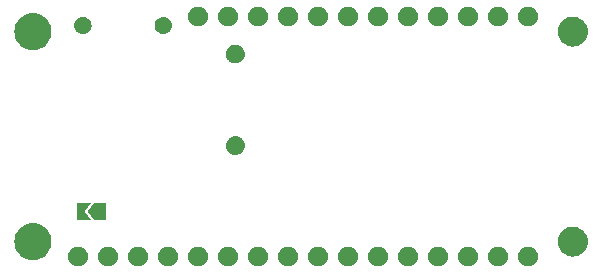
<source format=gbr>
%TF.GenerationSoftware,KiCad,Pcbnew,7.0.8*%
%TF.CreationDate,2024-01-07T13:27:56-05:00*%
%TF.ProjectId,weather-featherwing,77656174-6865-4722-9d66-656174686572,02*%
%TF.SameCoordinates,Original*%
%TF.FileFunction,Soldermask,Bot*%
%TF.FilePolarity,Negative*%
%FSLAX46Y46*%
G04 Gerber Fmt 4.6, Leading zero omitted, Abs format (unit mm)*
G04 Created by KiCad (PCBNEW 7.0.8) date 2024-01-07 13:27:56*
%MOMM*%
%LPD*%
G01*
G04 APERTURE LIST*
G04 APERTURE END LIST*
G36*
X120912664Y-117301602D02*
G01*
X121075000Y-117373878D01*
X121218761Y-117478327D01*
X121337664Y-117610383D01*
X121426514Y-117764274D01*
X121481425Y-117933275D01*
X121500000Y-118110000D01*
X121481425Y-118286725D01*
X121426514Y-118455726D01*
X121337664Y-118609617D01*
X121218761Y-118741673D01*
X121075000Y-118846122D01*
X120912664Y-118918398D01*
X120738849Y-118955344D01*
X120561151Y-118955344D01*
X120387336Y-118918398D01*
X120225000Y-118846122D01*
X120081239Y-118741673D01*
X119962336Y-118609617D01*
X119873486Y-118455726D01*
X119818575Y-118286725D01*
X119800000Y-118110000D01*
X119818575Y-117933275D01*
X119873486Y-117764274D01*
X119962336Y-117610383D01*
X120081239Y-117478327D01*
X120225000Y-117373878D01*
X120387336Y-117301602D01*
X120561151Y-117264656D01*
X120738849Y-117264656D01*
X120912664Y-117301602D01*
G37*
G36*
X123452664Y-117301602D02*
G01*
X123615000Y-117373878D01*
X123758761Y-117478327D01*
X123877664Y-117610383D01*
X123966514Y-117764274D01*
X124021425Y-117933275D01*
X124040000Y-118110000D01*
X124021425Y-118286725D01*
X123966514Y-118455726D01*
X123877664Y-118609617D01*
X123758761Y-118741673D01*
X123615000Y-118846122D01*
X123452664Y-118918398D01*
X123278849Y-118955344D01*
X123101151Y-118955344D01*
X122927336Y-118918398D01*
X122765000Y-118846122D01*
X122621239Y-118741673D01*
X122502336Y-118609617D01*
X122413486Y-118455726D01*
X122358575Y-118286725D01*
X122340000Y-118110000D01*
X122358575Y-117933275D01*
X122413486Y-117764274D01*
X122502336Y-117610383D01*
X122621239Y-117478327D01*
X122765000Y-117373878D01*
X122927336Y-117301602D01*
X123101151Y-117264656D01*
X123278849Y-117264656D01*
X123452664Y-117301602D01*
G37*
G36*
X125992664Y-117301602D02*
G01*
X126155000Y-117373878D01*
X126298761Y-117478327D01*
X126417664Y-117610383D01*
X126506514Y-117764274D01*
X126561425Y-117933275D01*
X126580000Y-118110000D01*
X126561425Y-118286725D01*
X126506514Y-118455726D01*
X126417664Y-118609617D01*
X126298761Y-118741673D01*
X126155000Y-118846122D01*
X125992664Y-118918398D01*
X125818849Y-118955344D01*
X125641151Y-118955344D01*
X125467336Y-118918398D01*
X125305000Y-118846122D01*
X125161239Y-118741673D01*
X125042336Y-118609617D01*
X124953486Y-118455726D01*
X124898575Y-118286725D01*
X124880000Y-118110000D01*
X124898575Y-117933275D01*
X124953486Y-117764274D01*
X125042336Y-117610383D01*
X125161239Y-117478327D01*
X125305000Y-117373878D01*
X125467336Y-117301602D01*
X125641151Y-117264656D01*
X125818849Y-117264656D01*
X125992664Y-117301602D01*
G37*
G36*
X128532664Y-117301602D02*
G01*
X128695000Y-117373878D01*
X128838761Y-117478327D01*
X128957664Y-117610383D01*
X129046514Y-117764274D01*
X129101425Y-117933275D01*
X129120000Y-118110000D01*
X129101425Y-118286725D01*
X129046514Y-118455726D01*
X128957664Y-118609617D01*
X128838761Y-118741673D01*
X128695000Y-118846122D01*
X128532664Y-118918398D01*
X128358849Y-118955344D01*
X128181151Y-118955344D01*
X128007336Y-118918398D01*
X127845000Y-118846122D01*
X127701239Y-118741673D01*
X127582336Y-118609617D01*
X127493486Y-118455726D01*
X127438575Y-118286725D01*
X127420000Y-118110000D01*
X127438575Y-117933275D01*
X127493486Y-117764274D01*
X127582336Y-117610383D01*
X127701239Y-117478327D01*
X127845000Y-117373878D01*
X128007336Y-117301602D01*
X128181151Y-117264656D01*
X128358849Y-117264656D01*
X128532664Y-117301602D01*
G37*
G36*
X131072664Y-117301602D02*
G01*
X131235000Y-117373878D01*
X131378761Y-117478327D01*
X131497664Y-117610383D01*
X131586514Y-117764274D01*
X131641425Y-117933275D01*
X131660000Y-118110000D01*
X131641425Y-118286725D01*
X131586514Y-118455726D01*
X131497664Y-118609617D01*
X131378761Y-118741673D01*
X131235000Y-118846122D01*
X131072664Y-118918398D01*
X130898849Y-118955344D01*
X130721151Y-118955344D01*
X130547336Y-118918398D01*
X130385000Y-118846122D01*
X130241239Y-118741673D01*
X130122336Y-118609617D01*
X130033486Y-118455726D01*
X129978575Y-118286725D01*
X129960000Y-118110000D01*
X129978575Y-117933275D01*
X130033486Y-117764274D01*
X130122336Y-117610383D01*
X130241239Y-117478327D01*
X130385000Y-117373878D01*
X130547336Y-117301602D01*
X130721151Y-117264656D01*
X130898849Y-117264656D01*
X131072664Y-117301602D01*
G37*
G36*
X133612664Y-117301602D02*
G01*
X133775000Y-117373878D01*
X133918761Y-117478327D01*
X134037664Y-117610383D01*
X134126514Y-117764274D01*
X134181425Y-117933275D01*
X134200000Y-118110000D01*
X134181425Y-118286725D01*
X134126514Y-118455726D01*
X134037664Y-118609617D01*
X133918761Y-118741673D01*
X133775000Y-118846122D01*
X133612664Y-118918398D01*
X133438849Y-118955344D01*
X133261151Y-118955344D01*
X133087336Y-118918398D01*
X132925000Y-118846122D01*
X132781239Y-118741673D01*
X132662336Y-118609617D01*
X132573486Y-118455726D01*
X132518575Y-118286725D01*
X132500000Y-118110000D01*
X132518575Y-117933275D01*
X132573486Y-117764274D01*
X132662336Y-117610383D01*
X132781239Y-117478327D01*
X132925000Y-117373878D01*
X133087336Y-117301602D01*
X133261151Y-117264656D01*
X133438849Y-117264656D01*
X133612664Y-117301602D01*
G37*
G36*
X136152664Y-117301602D02*
G01*
X136315000Y-117373878D01*
X136458761Y-117478327D01*
X136577664Y-117610383D01*
X136666514Y-117764274D01*
X136721425Y-117933275D01*
X136740000Y-118110000D01*
X136721425Y-118286725D01*
X136666514Y-118455726D01*
X136577664Y-118609617D01*
X136458761Y-118741673D01*
X136315000Y-118846122D01*
X136152664Y-118918398D01*
X135978849Y-118955344D01*
X135801151Y-118955344D01*
X135627336Y-118918398D01*
X135465000Y-118846122D01*
X135321239Y-118741673D01*
X135202336Y-118609617D01*
X135113486Y-118455726D01*
X135058575Y-118286725D01*
X135040000Y-118110000D01*
X135058575Y-117933275D01*
X135113486Y-117764274D01*
X135202336Y-117610383D01*
X135321239Y-117478327D01*
X135465000Y-117373878D01*
X135627336Y-117301602D01*
X135801151Y-117264656D01*
X135978849Y-117264656D01*
X136152664Y-117301602D01*
G37*
G36*
X138692664Y-117301602D02*
G01*
X138855000Y-117373878D01*
X138998761Y-117478327D01*
X139117664Y-117610383D01*
X139206514Y-117764274D01*
X139261425Y-117933275D01*
X139280000Y-118110000D01*
X139261425Y-118286725D01*
X139206514Y-118455726D01*
X139117664Y-118609617D01*
X138998761Y-118741673D01*
X138855000Y-118846122D01*
X138692664Y-118918398D01*
X138518849Y-118955344D01*
X138341151Y-118955344D01*
X138167336Y-118918398D01*
X138005000Y-118846122D01*
X137861239Y-118741673D01*
X137742336Y-118609617D01*
X137653486Y-118455726D01*
X137598575Y-118286725D01*
X137580000Y-118110000D01*
X137598575Y-117933275D01*
X137653486Y-117764274D01*
X137742336Y-117610383D01*
X137861239Y-117478327D01*
X138005000Y-117373878D01*
X138167336Y-117301602D01*
X138341151Y-117264656D01*
X138518849Y-117264656D01*
X138692664Y-117301602D01*
G37*
G36*
X141232664Y-117301602D02*
G01*
X141395000Y-117373878D01*
X141538761Y-117478327D01*
X141657664Y-117610383D01*
X141746514Y-117764274D01*
X141801425Y-117933275D01*
X141820000Y-118110000D01*
X141801425Y-118286725D01*
X141746514Y-118455726D01*
X141657664Y-118609617D01*
X141538761Y-118741673D01*
X141395000Y-118846122D01*
X141232664Y-118918398D01*
X141058849Y-118955344D01*
X140881151Y-118955344D01*
X140707336Y-118918398D01*
X140545000Y-118846122D01*
X140401239Y-118741673D01*
X140282336Y-118609617D01*
X140193486Y-118455726D01*
X140138575Y-118286725D01*
X140120000Y-118110000D01*
X140138575Y-117933275D01*
X140193486Y-117764274D01*
X140282336Y-117610383D01*
X140401239Y-117478327D01*
X140545000Y-117373878D01*
X140707336Y-117301602D01*
X140881151Y-117264656D01*
X141058849Y-117264656D01*
X141232664Y-117301602D01*
G37*
G36*
X143772664Y-117301602D02*
G01*
X143935000Y-117373878D01*
X144078761Y-117478327D01*
X144197664Y-117610383D01*
X144286514Y-117764274D01*
X144341425Y-117933275D01*
X144360000Y-118110000D01*
X144341425Y-118286725D01*
X144286514Y-118455726D01*
X144197664Y-118609617D01*
X144078761Y-118741673D01*
X143935000Y-118846122D01*
X143772664Y-118918398D01*
X143598849Y-118955344D01*
X143421151Y-118955344D01*
X143247336Y-118918398D01*
X143085000Y-118846122D01*
X142941239Y-118741673D01*
X142822336Y-118609617D01*
X142733486Y-118455726D01*
X142678575Y-118286725D01*
X142660000Y-118110000D01*
X142678575Y-117933275D01*
X142733486Y-117764274D01*
X142822336Y-117610383D01*
X142941239Y-117478327D01*
X143085000Y-117373878D01*
X143247336Y-117301602D01*
X143421151Y-117264656D01*
X143598849Y-117264656D01*
X143772664Y-117301602D01*
G37*
G36*
X146312664Y-117301602D02*
G01*
X146475000Y-117373878D01*
X146618761Y-117478327D01*
X146737664Y-117610383D01*
X146826514Y-117764274D01*
X146881425Y-117933275D01*
X146900000Y-118110000D01*
X146881425Y-118286725D01*
X146826514Y-118455726D01*
X146737664Y-118609617D01*
X146618761Y-118741673D01*
X146475000Y-118846122D01*
X146312664Y-118918398D01*
X146138849Y-118955344D01*
X145961151Y-118955344D01*
X145787336Y-118918398D01*
X145625000Y-118846122D01*
X145481239Y-118741673D01*
X145362336Y-118609617D01*
X145273486Y-118455726D01*
X145218575Y-118286725D01*
X145200000Y-118110000D01*
X145218575Y-117933275D01*
X145273486Y-117764274D01*
X145362336Y-117610383D01*
X145481239Y-117478327D01*
X145625000Y-117373878D01*
X145787336Y-117301602D01*
X145961151Y-117264656D01*
X146138849Y-117264656D01*
X146312664Y-117301602D01*
G37*
G36*
X148852664Y-117301602D02*
G01*
X149015000Y-117373878D01*
X149158761Y-117478327D01*
X149277664Y-117610383D01*
X149366514Y-117764274D01*
X149421425Y-117933275D01*
X149440000Y-118110000D01*
X149421425Y-118286725D01*
X149366514Y-118455726D01*
X149277664Y-118609617D01*
X149158761Y-118741673D01*
X149015000Y-118846122D01*
X148852664Y-118918398D01*
X148678849Y-118955344D01*
X148501151Y-118955344D01*
X148327336Y-118918398D01*
X148165000Y-118846122D01*
X148021239Y-118741673D01*
X147902336Y-118609617D01*
X147813486Y-118455726D01*
X147758575Y-118286725D01*
X147740000Y-118110000D01*
X147758575Y-117933275D01*
X147813486Y-117764274D01*
X147902336Y-117610383D01*
X148021239Y-117478327D01*
X148165000Y-117373878D01*
X148327336Y-117301602D01*
X148501151Y-117264656D01*
X148678849Y-117264656D01*
X148852664Y-117301602D01*
G37*
G36*
X151392664Y-117301602D02*
G01*
X151555000Y-117373878D01*
X151698761Y-117478327D01*
X151817664Y-117610383D01*
X151906514Y-117764274D01*
X151961425Y-117933275D01*
X151980000Y-118110000D01*
X151961425Y-118286725D01*
X151906514Y-118455726D01*
X151817664Y-118609617D01*
X151698761Y-118741673D01*
X151555000Y-118846122D01*
X151392664Y-118918398D01*
X151218849Y-118955344D01*
X151041151Y-118955344D01*
X150867336Y-118918398D01*
X150705000Y-118846122D01*
X150561239Y-118741673D01*
X150442336Y-118609617D01*
X150353486Y-118455726D01*
X150298575Y-118286725D01*
X150280000Y-118110000D01*
X150298575Y-117933275D01*
X150353486Y-117764274D01*
X150442336Y-117610383D01*
X150561239Y-117478327D01*
X150705000Y-117373878D01*
X150867336Y-117301602D01*
X151041151Y-117264656D01*
X151218849Y-117264656D01*
X151392664Y-117301602D01*
G37*
G36*
X153932664Y-117301602D02*
G01*
X154095000Y-117373878D01*
X154238761Y-117478327D01*
X154357664Y-117610383D01*
X154446514Y-117764274D01*
X154501425Y-117933275D01*
X154520000Y-118110000D01*
X154501425Y-118286725D01*
X154446514Y-118455726D01*
X154357664Y-118609617D01*
X154238761Y-118741673D01*
X154095000Y-118846122D01*
X153932664Y-118918398D01*
X153758849Y-118955344D01*
X153581151Y-118955344D01*
X153407336Y-118918398D01*
X153245000Y-118846122D01*
X153101239Y-118741673D01*
X152982336Y-118609617D01*
X152893486Y-118455726D01*
X152838575Y-118286725D01*
X152820000Y-118110000D01*
X152838575Y-117933275D01*
X152893486Y-117764274D01*
X152982336Y-117610383D01*
X153101239Y-117478327D01*
X153245000Y-117373878D01*
X153407336Y-117301602D01*
X153581151Y-117264656D01*
X153758849Y-117264656D01*
X153932664Y-117301602D01*
G37*
G36*
X156472664Y-117301602D02*
G01*
X156635000Y-117373878D01*
X156778761Y-117478327D01*
X156897664Y-117610383D01*
X156986514Y-117764274D01*
X157041425Y-117933275D01*
X157060000Y-118110000D01*
X157041425Y-118286725D01*
X156986514Y-118455726D01*
X156897664Y-118609617D01*
X156778761Y-118741673D01*
X156635000Y-118846122D01*
X156472664Y-118918398D01*
X156298849Y-118955344D01*
X156121151Y-118955344D01*
X155947336Y-118918398D01*
X155785000Y-118846122D01*
X155641239Y-118741673D01*
X155522336Y-118609617D01*
X155433486Y-118455726D01*
X155378575Y-118286725D01*
X155360000Y-118110000D01*
X155378575Y-117933275D01*
X155433486Y-117764274D01*
X155522336Y-117610383D01*
X155641239Y-117478327D01*
X155785000Y-117373878D01*
X155947336Y-117301602D01*
X156121151Y-117264656D01*
X156298849Y-117264656D01*
X156472664Y-117301602D01*
G37*
G36*
X159012664Y-117301602D02*
G01*
X159175000Y-117373878D01*
X159318761Y-117478327D01*
X159437664Y-117610383D01*
X159526514Y-117764274D01*
X159581425Y-117933275D01*
X159600000Y-118110000D01*
X159581425Y-118286725D01*
X159526514Y-118455726D01*
X159437664Y-118609617D01*
X159318761Y-118741673D01*
X159175000Y-118846122D01*
X159012664Y-118918398D01*
X158838849Y-118955344D01*
X158661151Y-118955344D01*
X158487336Y-118918398D01*
X158325000Y-118846122D01*
X158181239Y-118741673D01*
X158062336Y-118609617D01*
X157973486Y-118455726D01*
X157918575Y-118286725D01*
X157900000Y-118110000D01*
X157918575Y-117933275D01*
X157973486Y-117764274D01*
X158062336Y-117610383D01*
X158181239Y-117478327D01*
X158325000Y-117373878D01*
X158487336Y-117301602D01*
X158661151Y-117264656D01*
X158838849Y-117264656D01*
X159012664Y-117301602D01*
G37*
G36*
X117085602Y-115289329D02*
G01*
X117325157Y-115346841D01*
X117552765Y-115441120D01*
X117762823Y-115569843D01*
X117950158Y-115729842D01*
X118110157Y-115917177D01*
X118238880Y-116127235D01*
X118333159Y-116354843D01*
X118390671Y-116594398D01*
X118410000Y-116840000D01*
X118390671Y-117085602D01*
X118333159Y-117325157D01*
X118238880Y-117552765D01*
X118110157Y-117762823D01*
X117950158Y-117950158D01*
X117762823Y-118110157D01*
X117552765Y-118238880D01*
X117325157Y-118333159D01*
X117085602Y-118390671D01*
X116840000Y-118410000D01*
X116594398Y-118390671D01*
X116354843Y-118333159D01*
X116127235Y-118238880D01*
X115917177Y-118110157D01*
X115729842Y-117950158D01*
X115569843Y-117762823D01*
X115441120Y-117552765D01*
X115346841Y-117325157D01*
X115289329Y-117085602D01*
X115270000Y-116840000D01*
X115289329Y-116594398D01*
X115346841Y-116354843D01*
X115441120Y-116127235D01*
X115569843Y-115917177D01*
X115729842Y-115729842D01*
X115917177Y-115569843D01*
X116127235Y-115441120D01*
X116354843Y-115346841D01*
X116594398Y-115289329D01*
X116840000Y-115270000D01*
X117085602Y-115289329D01*
G37*
G36*
X162780533Y-115589294D02*
G01*
X162994366Y-115646590D01*
X163195000Y-115740148D01*
X163376340Y-115867124D01*
X163532876Y-116023660D01*
X163659852Y-116205000D01*
X163753410Y-116405634D01*
X163810706Y-116619467D01*
X163830000Y-116840000D01*
X163810706Y-117060533D01*
X163753410Y-117274366D01*
X163659852Y-117475000D01*
X163532876Y-117656340D01*
X163376340Y-117812876D01*
X163195000Y-117939852D01*
X162994366Y-118033410D01*
X162780533Y-118090706D01*
X162560000Y-118110000D01*
X162339467Y-118090706D01*
X162125634Y-118033410D01*
X161925000Y-117939852D01*
X161743660Y-117812876D01*
X161587124Y-117656340D01*
X161460148Y-117475000D01*
X161366590Y-117274366D01*
X161309294Y-117060533D01*
X161290000Y-116840000D01*
X161309294Y-116619467D01*
X161366590Y-116405634D01*
X161460148Y-116205000D01*
X161587124Y-116023660D01*
X161743660Y-115867124D01*
X161925000Y-115740148D01*
X162125634Y-115646590D01*
X162339467Y-115589294D01*
X162560000Y-115570000D01*
X162780533Y-115589294D01*
G37*
G36*
X121228253Y-114284620D02*
G01*
X121228253Y-114315379D01*
X121718000Y-115050000D01*
X121715443Y-115050000D01*
X120573004Y-115050000D01*
X120568000Y-115050000D01*
X120568000Y-113550000D01*
X121718000Y-113550000D01*
X121228253Y-114284620D01*
G37*
G36*
X123018000Y-115050000D02*
G01*
X123012996Y-115050000D01*
X122023004Y-115050000D01*
X122018000Y-115050000D01*
X122016589Y-115047883D01*
X122016588Y-115047883D01*
X121520775Y-114304162D01*
X121518000Y-114300000D01*
X121520757Y-114295863D01*
X121520759Y-114295860D01*
X122015223Y-113554165D01*
X122015224Y-113554163D01*
X122018000Y-113550000D01*
X123018000Y-113550000D01*
X123018000Y-115050000D01*
G37*
G36*
X134026367Y-107916661D02*
G01*
X134068593Y-107916661D01*
X134116228Y-107926786D01*
X134163017Y-107932058D01*
X134197039Y-107943962D01*
X134232127Y-107951421D01*
X134282695Y-107973935D01*
X134332107Y-107991225D01*
X134357823Y-108007383D01*
X134384860Y-108019421D01*
X134435275Y-108056050D01*
X134483792Y-108086535D01*
X134501214Y-108103957D01*
X134520117Y-108117691D01*
X134566844Y-108169587D01*
X134610465Y-108213208D01*
X134620499Y-108229177D01*
X134631986Y-108241935D01*
X134671285Y-108310003D01*
X134705775Y-108364893D01*
X134710080Y-108377197D01*
X134715580Y-108386723D01*
X134743740Y-108473392D01*
X134764942Y-108533983D01*
X134765746Y-108541118D01*
X134767244Y-108545729D01*
X134780820Y-108674904D01*
X134785000Y-108712000D01*
X134780819Y-108749098D01*
X134767244Y-108878270D01*
X134765746Y-108882879D01*
X134764942Y-108890017D01*
X134743736Y-108950620D01*
X134715580Y-109037276D01*
X134710081Y-109046799D01*
X134705775Y-109059107D01*
X134671278Y-109114007D01*
X134631986Y-109182064D01*
X134620501Y-109194818D01*
X134610465Y-109210792D01*
X134566835Y-109254421D01*
X134520117Y-109306308D01*
X134501218Y-109320038D01*
X134483792Y-109337465D01*
X134435265Y-109367956D01*
X134384860Y-109404578D01*
X134357829Y-109416612D01*
X134332107Y-109432775D01*
X134282685Y-109450068D01*
X134232127Y-109472578D01*
X134197045Y-109480035D01*
X134163017Y-109491942D01*
X134116225Y-109497214D01*
X134068593Y-109507339D01*
X134026367Y-109507339D01*
X133985000Y-109512000D01*
X133943633Y-109507339D01*
X133901407Y-109507339D01*
X133853774Y-109497214D01*
X133806983Y-109491942D01*
X133772955Y-109480035D01*
X133737872Y-109472578D01*
X133687309Y-109450066D01*
X133637893Y-109432775D01*
X133612173Y-109416614D01*
X133585139Y-109404578D01*
X133534726Y-109367951D01*
X133486208Y-109337465D01*
X133468784Y-109320041D01*
X133449882Y-109306308D01*
X133403154Y-109254411D01*
X133359535Y-109210792D01*
X133349500Y-109194822D01*
X133338013Y-109182064D01*
X133298709Y-109113987D01*
X133264225Y-109059107D01*
X133259919Y-109046803D01*
X133254419Y-109037276D01*
X133226249Y-108950580D01*
X133205058Y-108890017D01*
X133204254Y-108882884D01*
X133202755Y-108878270D01*
X133189165Y-108748966D01*
X133185000Y-108712000D01*
X133189164Y-108675036D01*
X133202755Y-108545729D01*
X133204254Y-108541113D01*
X133205058Y-108533983D01*
X133226245Y-108473432D01*
X133254419Y-108386723D01*
X133259920Y-108377193D01*
X133264225Y-108364893D01*
X133298701Y-108310023D01*
X133338013Y-108241935D01*
X133349502Y-108229174D01*
X133359535Y-108213208D01*
X133403145Y-108169597D01*
X133449882Y-108117691D01*
X133468787Y-108103955D01*
X133486208Y-108086535D01*
X133534721Y-108056052D01*
X133585140Y-108019421D01*
X133612176Y-108007383D01*
X133637893Y-107991225D01*
X133687301Y-107973936D01*
X133737872Y-107951421D01*
X133772961Y-107943962D01*
X133806983Y-107932058D01*
X133853771Y-107926786D01*
X133901407Y-107916661D01*
X133943633Y-107916661D01*
X133985000Y-107912000D01*
X134026367Y-107916661D01*
G37*
G36*
X134026367Y-100166661D02*
G01*
X134068593Y-100166661D01*
X134116228Y-100176786D01*
X134163017Y-100182058D01*
X134197039Y-100193962D01*
X134232127Y-100201421D01*
X134282695Y-100223935D01*
X134332107Y-100241225D01*
X134357823Y-100257383D01*
X134384860Y-100269421D01*
X134435275Y-100306050D01*
X134483792Y-100336535D01*
X134501214Y-100353957D01*
X134520117Y-100367691D01*
X134566844Y-100419587D01*
X134610465Y-100463208D01*
X134620499Y-100479177D01*
X134631986Y-100491935D01*
X134671285Y-100560003D01*
X134705775Y-100614893D01*
X134710080Y-100627197D01*
X134715580Y-100636723D01*
X134743740Y-100723392D01*
X134764942Y-100783983D01*
X134765746Y-100791118D01*
X134767244Y-100795729D01*
X134780820Y-100924904D01*
X134785000Y-100962000D01*
X134780819Y-100999098D01*
X134767244Y-101128270D01*
X134765746Y-101132879D01*
X134764942Y-101140017D01*
X134743736Y-101200620D01*
X134715580Y-101287276D01*
X134710081Y-101296799D01*
X134705775Y-101309107D01*
X134671278Y-101364007D01*
X134631986Y-101432064D01*
X134620501Y-101444818D01*
X134610465Y-101460792D01*
X134566835Y-101504421D01*
X134520117Y-101556308D01*
X134501218Y-101570038D01*
X134483792Y-101587465D01*
X134435265Y-101617956D01*
X134384860Y-101654578D01*
X134357829Y-101666612D01*
X134332107Y-101682775D01*
X134282685Y-101700068D01*
X134232127Y-101722578D01*
X134197045Y-101730035D01*
X134163017Y-101741942D01*
X134116225Y-101747214D01*
X134068593Y-101757339D01*
X134026367Y-101757339D01*
X133985000Y-101762000D01*
X133943633Y-101757339D01*
X133901407Y-101757339D01*
X133853774Y-101747214D01*
X133806983Y-101741942D01*
X133772955Y-101730035D01*
X133737872Y-101722578D01*
X133687309Y-101700066D01*
X133637893Y-101682775D01*
X133612173Y-101666614D01*
X133585139Y-101654578D01*
X133534726Y-101617951D01*
X133486208Y-101587465D01*
X133468784Y-101570041D01*
X133449882Y-101556308D01*
X133403154Y-101504411D01*
X133359535Y-101460792D01*
X133349500Y-101444822D01*
X133338013Y-101432064D01*
X133298709Y-101363987D01*
X133264225Y-101309107D01*
X133259919Y-101296803D01*
X133254419Y-101287276D01*
X133226249Y-101200580D01*
X133205058Y-101140017D01*
X133204254Y-101132884D01*
X133202755Y-101128270D01*
X133189165Y-100998966D01*
X133185000Y-100962000D01*
X133189164Y-100925036D01*
X133202755Y-100795729D01*
X133204254Y-100791113D01*
X133205058Y-100783983D01*
X133226245Y-100723432D01*
X133254419Y-100636723D01*
X133259920Y-100627193D01*
X133264225Y-100614893D01*
X133298701Y-100560023D01*
X133338013Y-100491935D01*
X133349502Y-100479174D01*
X133359535Y-100463208D01*
X133403145Y-100419597D01*
X133449882Y-100367691D01*
X133468787Y-100353955D01*
X133486208Y-100336535D01*
X133534721Y-100306052D01*
X133585140Y-100269421D01*
X133612176Y-100257383D01*
X133637893Y-100241225D01*
X133687301Y-100223936D01*
X133737872Y-100201421D01*
X133772961Y-100193962D01*
X133806983Y-100182058D01*
X133853771Y-100176786D01*
X133901407Y-100166661D01*
X133943633Y-100166661D01*
X133985000Y-100162000D01*
X134026367Y-100166661D01*
G37*
G36*
X117085602Y-97509329D02*
G01*
X117325157Y-97566841D01*
X117552765Y-97661120D01*
X117762823Y-97789843D01*
X117950158Y-97949842D01*
X118110157Y-98137177D01*
X118238880Y-98347235D01*
X118333159Y-98574843D01*
X118390671Y-98814398D01*
X118410000Y-99060000D01*
X118390671Y-99305602D01*
X118333159Y-99545157D01*
X118238880Y-99772765D01*
X118110157Y-99982823D01*
X117950158Y-100170158D01*
X117762823Y-100330157D01*
X117552765Y-100458880D01*
X117325157Y-100553159D01*
X117085602Y-100610671D01*
X116840000Y-100630000D01*
X116594398Y-100610671D01*
X116354843Y-100553159D01*
X116127235Y-100458880D01*
X115917177Y-100330157D01*
X115729842Y-100170158D01*
X115569843Y-99982823D01*
X115441120Y-99772765D01*
X115346841Y-99545157D01*
X115289329Y-99305602D01*
X115270000Y-99060000D01*
X115289329Y-98814398D01*
X115346841Y-98574843D01*
X115441120Y-98347235D01*
X115569843Y-98137177D01*
X115729842Y-97949842D01*
X115917177Y-97789843D01*
X116127235Y-97661120D01*
X116354843Y-97566841D01*
X116594398Y-97509329D01*
X116840000Y-97490000D01*
X117085602Y-97509329D01*
G37*
G36*
X162780533Y-97809294D02*
G01*
X162994366Y-97866590D01*
X163195000Y-97960148D01*
X163376340Y-98087124D01*
X163532876Y-98243660D01*
X163659852Y-98425000D01*
X163753410Y-98625634D01*
X163810706Y-98839467D01*
X163830000Y-99060000D01*
X163810706Y-99280533D01*
X163753410Y-99494366D01*
X163659852Y-99695000D01*
X163532876Y-99876340D01*
X163376340Y-100032876D01*
X163195000Y-100159852D01*
X162994366Y-100253410D01*
X162780533Y-100310706D01*
X162560000Y-100330000D01*
X162339467Y-100310706D01*
X162125634Y-100253410D01*
X161925000Y-100159852D01*
X161743660Y-100032876D01*
X161587124Y-99876340D01*
X161460148Y-99695000D01*
X161366590Y-99494366D01*
X161309294Y-99280533D01*
X161290000Y-99060000D01*
X161309294Y-98839467D01*
X161366590Y-98625634D01*
X161460148Y-98425000D01*
X161587124Y-98243660D01*
X161743660Y-98087124D01*
X161925000Y-97960148D01*
X162125634Y-97866590D01*
X162339467Y-97809294D01*
X162560000Y-97790000D01*
X162780533Y-97809294D01*
G37*
G36*
X121226891Y-97820804D02*
G01*
X121385413Y-97876273D01*
X121527617Y-97965626D01*
X121646374Y-98084383D01*
X121735727Y-98226587D01*
X121791196Y-98385109D01*
X121810000Y-98552000D01*
X121791196Y-98718891D01*
X121735727Y-98877413D01*
X121646374Y-99019617D01*
X121527617Y-99138374D01*
X121385413Y-99227727D01*
X121226891Y-99283196D01*
X121060000Y-99302000D01*
X120893109Y-99283196D01*
X120734587Y-99227727D01*
X120592383Y-99138374D01*
X120473626Y-99019617D01*
X120384273Y-98877413D01*
X120328804Y-98718891D01*
X120310000Y-98552000D01*
X120328804Y-98385109D01*
X120384273Y-98226587D01*
X120473626Y-98084383D01*
X120592383Y-97965626D01*
X120734587Y-97876273D01*
X120893109Y-97820804D01*
X121060000Y-97802000D01*
X121226891Y-97820804D01*
G37*
G36*
X128056891Y-97820804D02*
G01*
X128215413Y-97876273D01*
X128357617Y-97965626D01*
X128476374Y-98084383D01*
X128565727Y-98226587D01*
X128621196Y-98385109D01*
X128640000Y-98552000D01*
X128621196Y-98718891D01*
X128565727Y-98877413D01*
X128476374Y-99019617D01*
X128357617Y-99138374D01*
X128215413Y-99227727D01*
X128056891Y-99283196D01*
X127890000Y-99302000D01*
X127723109Y-99283196D01*
X127564587Y-99227727D01*
X127422383Y-99138374D01*
X127303626Y-99019617D01*
X127214273Y-98877413D01*
X127158804Y-98718891D01*
X127140000Y-98552000D01*
X127158804Y-98385109D01*
X127214273Y-98226587D01*
X127303626Y-98084383D01*
X127422383Y-97965626D01*
X127564587Y-97876273D01*
X127723109Y-97820804D01*
X127890000Y-97802000D01*
X128056891Y-97820804D01*
G37*
G36*
X131072664Y-96981602D02*
G01*
X131235000Y-97053878D01*
X131378761Y-97158327D01*
X131497664Y-97290383D01*
X131586514Y-97444274D01*
X131641425Y-97613275D01*
X131660000Y-97790000D01*
X131641425Y-97966725D01*
X131586514Y-98135726D01*
X131497664Y-98289617D01*
X131378761Y-98421673D01*
X131235000Y-98526122D01*
X131072664Y-98598398D01*
X130898849Y-98635344D01*
X130721151Y-98635344D01*
X130547336Y-98598398D01*
X130385000Y-98526122D01*
X130241239Y-98421673D01*
X130122336Y-98289617D01*
X130033486Y-98135726D01*
X129978575Y-97966725D01*
X129960000Y-97790000D01*
X129978575Y-97613275D01*
X130033486Y-97444274D01*
X130122336Y-97290383D01*
X130241239Y-97158327D01*
X130385000Y-97053878D01*
X130547336Y-96981602D01*
X130721151Y-96944656D01*
X130898849Y-96944656D01*
X131072664Y-96981602D01*
G37*
G36*
X133612664Y-96981602D02*
G01*
X133775000Y-97053878D01*
X133918761Y-97158327D01*
X134037664Y-97290383D01*
X134126514Y-97444274D01*
X134181425Y-97613275D01*
X134200000Y-97790000D01*
X134181425Y-97966725D01*
X134126514Y-98135726D01*
X134037664Y-98289617D01*
X133918761Y-98421673D01*
X133775000Y-98526122D01*
X133612664Y-98598398D01*
X133438849Y-98635344D01*
X133261151Y-98635344D01*
X133087336Y-98598398D01*
X132925000Y-98526122D01*
X132781239Y-98421673D01*
X132662336Y-98289617D01*
X132573486Y-98135726D01*
X132518575Y-97966725D01*
X132500000Y-97790000D01*
X132518575Y-97613275D01*
X132573486Y-97444274D01*
X132662336Y-97290383D01*
X132781239Y-97158327D01*
X132925000Y-97053878D01*
X133087336Y-96981602D01*
X133261151Y-96944656D01*
X133438849Y-96944656D01*
X133612664Y-96981602D01*
G37*
G36*
X136152664Y-96981602D02*
G01*
X136315000Y-97053878D01*
X136458761Y-97158327D01*
X136577664Y-97290383D01*
X136666514Y-97444274D01*
X136721425Y-97613275D01*
X136740000Y-97790000D01*
X136721425Y-97966725D01*
X136666514Y-98135726D01*
X136577664Y-98289617D01*
X136458761Y-98421673D01*
X136315000Y-98526122D01*
X136152664Y-98598398D01*
X135978849Y-98635344D01*
X135801151Y-98635344D01*
X135627336Y-98598398D01*
X135465000Y-98526122D01*
X135321239Y-98421673D01*
X135202336Y-98289617D01*
X135113486Y-98135726D01*
X135058575Y-97966725D01*
X135040000Y-97790000D01*
X135058575Y-97613275D01*
X135113486Y-97444274D01*
X135202336Y-97290383D01*
X135321239Y-97158327D01*
X135465000Y-97053878D01*
X135627336Y-96981602D01*
X135801151Y-96944656D01*
X135978849Y-96944656D01*
X136152664Y-96981602D01*
G37*
G36*
X138692664Y-96981602D02*
G01*
X138855000Y-97053878D01*
X138998761Y-97158327D01*
X139117664Y-97290383D01*
X139206514Y-97444274D01*
X139261425Y-97613275D01*
X139280000Y-97790000D01*
X139261425Y-97966725D01*
X139206514Y-98135726D01*
X139117664Y-98289617D01*
X138998761Y-98421673D01*
X138855000Y-98526122D01*
X138692664Y-98598398D01*
X138518849Y-98635344D01*
X138341151Y-98635344D01*
X138167336Y-98598398D01*
X138005000Y-98526122D01*
X137861239Y-98421673D01*
X137742336Y-98289617D01*
X137653486Y-98135726D01*
X137598575Y-97966725D01*
X137580000Y-97790000D01*
X137598575Y-97613275D01*
X137653486Y-97444274D01*
X137742336Y-97290383D01*
X137861239Y-97158327D01*
X138005000Y-97053878D01*
X138167336Y-96981602D01*
X138341151Y-96944656D01*
X138518849Y-96944656D01*
X138692664Y-96981602D01*
G37*
G36*
X141232664Y-96981602D02*
G01*
X141395000Y-97053878D01*
X141538761Y-97158327D01*
X141657664Y-97290383D01*
X141746514Y-97444274D01*
X141801425Y-97613275D01*
X141820000Y-97790000D01*
X141801425Y-97966725D01*
X141746514Y-98135726D01*
X141657664Y-98289617D01*
X141538761Y-98421673D01*
X141395000Y-98526122D01*
X141232664Y-98598398D01*
X141058849Y-98635344D01*
X140881151Y-98635344D01*
X140707336Y-98598398D01*
X140545000Y-98526122D01*
X140401239Y-98421673D01*
X140282336Y-98289617D01*
X140193486Y-98135726D01*
X140138575Y-97966725D01*
X140120000Y-97790000D01*
X140138575Y-97613275D01*
X140193486Y-97444274D01*
X140282336Y-97290383D01*
X140401239Y-97158327D01*
X140545000Y-97053878D01*
X140707336Y-96981602D01*
X140881151Y-96944656D01*
X141058849Y-96944656D01*
X141232664Y-96981602D01*
G37*
G36*
X143772664Y-96981602D02*
G01*
X143935000Y-97053878D01*
X144078761Y-97158327D01*
X144197664Y-97290383D01*
X144286514Y-97444274D01*
X144341425Y-97613275D01*
X144360000Y-97790000D01*
X144341425Y-97966725D01*
X144286514Y-98135726D01*
X144197664Y-98289617D01*
X144078761Y-98421673D01*
X143935000Y-98526122D01*
X143772664Y-98598398D01*
X143598849Y-98635344D01*
X143421151Y-98635344D01*
X143247336Y-98598398D01*
X143085000Y-98526122D01*
X142941239Y-98421673D01*
X142822336Y-98289617D01*
X142733486Y-98135726D01*
X142678575Y-97966725D01*
X142660000Y-97790000D01*
X142678575Y-97613275D01*
X142733486Y-97444274D01*
X142822336Y-97290383D01*
X142941239Y-97158327D01*
X143085000Y-97053878D01*
X143247336Y-96981602D01*
X143421151Y-96944656D01*
X143598849Y-96944656D01*
X143772664Y-96981602D01*
G37*
G36*
X146312664Y-96981602D02*
G01*
X146475000Y-97053878D01*
X146618761Y-97158327D01*
X146737664Y-97290383D01*
X146826514Y-97444274D01*
X146881425Y-97613275D01*
X146900000Y-97790000D01*
X146881425Y-97966725D01*
X146826514Y-98135726D01*
X146737664Y-98289617D01*
X146618761Y-98421673D01*
X146475000Y-98526122D01*
X146312664Y-98598398D01*
X146138849Y-98635344D01*
X145961151Y-98635344D01*
X145787336Y-98598398D01*
X145625000Y-98526122D01*
X145481239Y-98421673D01*
X145362336Y-98289617D01*
X145273486Y-98135726D01*
X145218575Y-97966725D01*
X145200000Y-97790000D01*
X145218575Y-97613275D01*
X145273486Y-97444274D01*
X145362336Y-97290383D01*
X145481239Y-97158327D01*
X145625000Y-97053878D01*
X145787336Y-96981602D01*
X145961151Y-96944656D01*
X146138849Y-96944656D01*
X146312664Y-96981602D01*
G37*
G36*
X148852664Y-96981602D02*
G01*
X149015000Y-97053878D01*
X149158761Y-97158327D01*
X149277664Y-97290383D01*
X149366514Y-97444274D01*
X149421425Y-97613275D01*
X149440000Y-97790000D01*
X149421425Y-97966725D01*
X149366514Y-98135726D01*
X149277664Y-98289617D01*
X149158761Y-98421673D01*
X149015000Y-98526122D01*
X148852664Y-98598398D01*
X148678849Y-98635344D01*
X148501151Y-98635344D01*
X148327336Y-98598398D01*
X148165000Y-98526122D01*
X148021239Y-98421673D01*
X147902336Y-98289617D01*
X147813486Y-98135726D01*
X147758575Y-97966725D01*
X147740000Y-97790000D01*
X147758575Y-97613275D01*
X147813486Y-97444274D01*
X147902336Y-97290383D01*
X148021239Y-97158327D01*
X148165000Y-97053878D01*
X148327336Y-96981602D01*
X148501151Y-96944656D01*
X148678849Y-96944656D01*
X148852664Y-96981602D01*
G37*
G36*
X151392664Y-96981602D02*
G01*
X151555000Y-97053878D01*
X151698761Y-97158327D01*
X151817664Y-97290383D01*
X151906514Y-97444274D01*
X151961425Y-97613275D01*
X151980000Y-97790000D01*
X151961425Y-97966725D01*
X151906514Y-98135726D01*
X151817664Y-98289617D01*
X151698761Y-98421673D01*
X151555000Y-98526122D01*
X151392664Y-98598398D01*
X151218849Y-98635344D01*
X151041151Y-98635344D01*
X150867336Y-98598398D01*
X150705000Y-98526122D01*
X150561239Y-98421673D01*
X150442336Y-98289617D01*
X150353486Y-98135726D01*
X150298575Y-97966725D01*
X150280000Y-97790000D01*
X150298575Y-97613275D01*
X150353486Y-97444274D01*
X150442336Y-97290383D01*
X150561239Y-97158327D01*
X150705000Y-97053878D01*
X150867336Y-96981602D01*
X151041151Y-96944656D01*
X151218849Y-96944656D01*
X151392664Y-96981602D01*
G37*
G36*
X153932664Y-96981602D02*
G01*
X154095000Y-97053878D01*
X154238761Y-97158327D01*
X154357664Y-97290383D01*
X154446514Y-97444274D01*
X154501425Y-97613275D01*
X154520000Y-97790000D01*
X154501425Y-97966725D01*
X154446514Y-98135726D01*
X154357664Y-98289617D01*
X154238761Y-98421673D01*
X154095000Y-98526122D01*
X153932664Y-98598398D01*
X153758849Y-98635344D01*
X153581151Y-98635344D01*
X153407336Y-98598398D01*
X153245000Y-98526122D01*
X153101239Y-98421673D01*
X152982336Y-98289617D01*
X152893486Y-98135726D01*
X152838575Y-97966725D01*
X152820000Y-97790000D01*
X152838575Y-97613275D01*
X152893486Y-97444274D01*
X152982336Y-97290383D01*
X153101239Y-97158327D01*
X153245000Y-97053878D01*
X153407336Y-96981602D01*
X153581151Y-96944656D01*
X153758849Y-96944656D01*
X153932664Y-96981602D01*
G37*
G36*
X156472664Y-96981602D02*
G01*
X156635000Y-97053878D01*
X156778761Y-97158327D01*
X156897664Y-97290383D01*
X156986514Y-97444274D01*
X157041425Y-97613275D01*
X157060000Y-97790000D01*
X157041425Y-97966725D01*
X156986514Y-98135726D01*
X156897664Y-98289617D01*
X156778761Y-98421673D01*
X156635000Y-98526122D01*
X156472664Y-98598398D01*
X156298849Y-98635344D01*
X156121151Y-98635344D01*
X155947336Y-98598398D01*
X155785000Y-98526122D01*
X155641239Y-98421673D01*
X155522336Y-98289617D01*
X155433486Y-98135726D01*
X155378575Y-97966725D01*
X155360000Y-97790000D01*
X155378575Y-97613275D01*
X155433486Y-97444274D01*
X155522336Y-97290383D01*
X155641239Y-97158327D01*
X155785000Y-97053878D01*
X155947336Y-96981602D01*
X156121151Y-96944656D01*
X156298849Y-96944656D01*
X156472664Y-96981602D01*
G37*
G36*
X159012664Y-96981602D02*
G01*
X159175000Y-97053878D01*
X159318761Y-97158327D01*
X159437664Y-97290383D01*
X159526514Y-97444274D01*
X159581425Y-97613275D01*
X159600000Y-97790000D01*
X159581425Y-97966725D01*
X159526514Y-98135726D01*
X159437664Y-98289617D01*
X159318761Y-98421673D01*
X159175000Y-98526122D01*
X159012664Y-98598398D01*
X158838849Y-98635344D01*
X158661151Y-98635344D01*
X158487336Y-98598398D01*
X158325000Y-98526122D01*
X158181239Y-98421673D01*
X158062336Y-98289617D01*
X157973486Y-98135726D01*
X157918575Y-97966725D01*
X157900000Y-97790000D01*
X157918575Y-97613275D01*
X157973486Y-97444274D01*
X158062336Y-97290383D01*
X158181239Y-97158327D01*
X158325000Y-97053878D01*
X158487336Y-96981602D01*
X158661151Y-96944656D01*
X158838849Y-96944656D01*
X159012664Y-96981602D01*
G37*
M02*

</source>
